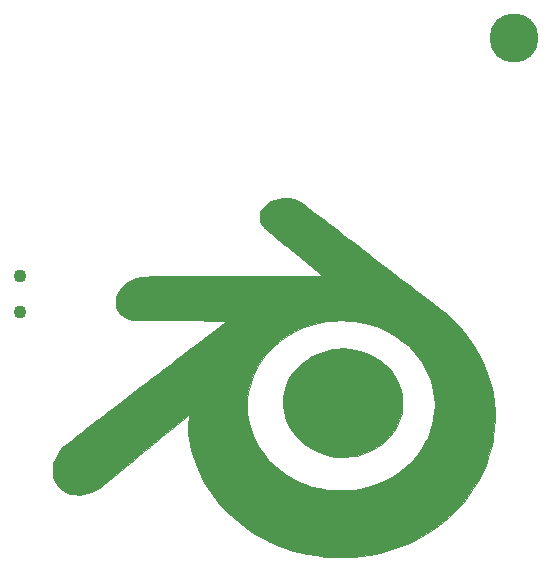
<source format=gbr>
G04 #@! TF.GenerationSoftware,KiCad,Pcbnew,5.1.7-a382d34a8~87~ubuntu20.04.1*
G04 #@! TF.CreationDate,2020-12-28T23:51:54+01:00*
G04 #@! TF.ProjectId,blender_badges,626c656e-6465-4725-9f62-61646765732e,rev?*
G04 #@! TF.SameCoordinates,Original*
G04 #@! TF.FileFunction,Soldermask,Top*
G04 #@! TF.FilePolarity,Negative*
%FSLAX46Y46*%
G04 Gerber Fmt 4.6, Leading zero omitted, Abs format (unit mm)*
G04 Created by KiCad (PCBNEW 5.1.7-a382d34a8~87~ubuntu20.04.1) date 2020-12-28 23:51:54*
%MOMM*%
%LPD*%
G01*
G04 APERTURE LIST*
%ADD10C,0.010000*%
%ADD11C,4.151867*%
%ADD12C,1.102360*%
G04 APERTURE END LIST*
D10*
G36*
X120182245Y-57846844D02*
G01*
X120668240Y-57914053D01*
X121145151Y-58023799D01*
X121609271Y-58175510D01*
X122056887Y-58368610D01*
X122484292Y-58602527D01*
X122887773Y-58876687D01*
X123263623Y-59190515D01*
X123392333Y-59313972D01*
X123721906Y-59675653D01*
X124005960Y-60058956D01*
X124244050Y-60463043D01*
X124435733Y-60887076D01*
X124580569Y-61330214D01*
X124668506Y-61732884D01*
X124695415Y-61947970D01*
X124710186Y-62194747D01*
X124713101Y-62457987D01*
X124704438Y-62722463D01*
X124684479Y-62972948D01*
X124653504Y-63194215D01*
X124640380Y-63260700D01*
X124517951Y-63710706D01*
X124351147Y-64139740D01*
X124142627Y-64546023D01*
X123895051Y-64927779D01*
X123611076Y-65283232D01*
X123293363Y-65610603D01*
X122944569Y-65908116D01*
X122567355Y-66173994D01*
X122164377Y-66406460D01*
X121738297Y-66603738D01*
X121291771Y-66764049D01*
X120827460Y-66885618D01*
X120348023Y-66966667D01*
X119856117Y-67005419D01*
X119354402Y-67000098D01*
X119078086Y-66978039D01*
X118585586Y-66903319D01*
X118106823Y-66784698D01*
X117645093Y-66624392D01*
X117203689Y-66424616D01*
X116785905Y-66187585D01*
X116395036Y-65915514D01*
X116034376Y-65610620D01*
X115707218Y-65275117D01*
X115416859Y-64911221D01*
X115166590Y-64521146D01*
X115026307Y-64253215D01*
X114864715Y-63877184D01*
X114745791Y-63508163D01*
X114666023Y-63132000D01*
X114621897Y-62734538D01*
X114614453Y-62593629D01*
X114611473Y-62247460D01*
X114632740Y-61928716D01*
X114680047Y-61619255D01*
X114734340Y-61379809D01*
X114873789Y-60935534D01*
X115059050Y-60511167D01*
X115288367Y-60108779D01*
X115559987Y-59730445D01*
X115872152Y-59378236D01*
X116223109Y-59054227D01*
X116611103Y-58760489D01*
X117034378Y-58499097D01*
X117283300Y-58369025D01*
X117745882Y-58168955D01*
X118221640Y-58014866D01*
X118706865Y-57906185D01*
X119197848Y-57842336D01*
X119690878Y-57822747D01*
X120182245Y-57846844D01*
G37*
X120182245Y-57846844D02*
X120668240Y-57914053D01*
X121145151Y-58023799D01*
X121609271Y-58175510D01*
X122056887Y-58368610D01*
X122484292Y-58602527D01*
X122887773Y-58876687D01*
X123263623Y-59190515D01*
X123392333Y-59313972D01*
X123721906Y-59675653D01*
X124005960Y-60058956D01*
X124244050Y-60463043D01*
X124435733Y-60887076D01*
X124580569Y-61330214D01*
X124668506Y-61732884D01*
X124695415Y-61947970D01*
X124710186Y-62194747D01*
X124713101Y-62457987D01*
X124704438Y-62722463D01*
X124684479Y-62972948D01*
X124653504Y-63194215D01*
X124640380Y-63260700D01*
X124517951Y-63710706D01*
X124351147Y-64139740D01*
X124142627Y-64546023D01*
X123895051Y-64927779D01*
X123611076Y-65283232D01*
X123293363Y-65610603D01*
X122944569Y-65908116D01*
X122567355Y-66173994D01*
X122164377Y-66406460D01*
X121738297Y-66603738D01*
X121291771Y-66764049D01*
X120827460Y-66885618D01*
X120348023Y-66966667D01*
X119856117Y-67005419D01*
X119354402Y-67000098D01*
X119078086Y-66978039D01*
X118585586Y-66903319D01*
X118106823Y-66784698D01*
X117645093Y-66624392D01*
X117203689Y-66424616D01*
X116785905Y-66187585D01*
X116395036Y-65915514D01*
X116034376Y-65610620D01*
X115707218Y-65275117D01*
X115416859Y-64911221D01*
X115166590Y-64521146D01*
X115026307Y-64253215D01*
X114864715Y-63877184D01*
X114745791Y-63508163D01*
X114666023Y-63132000D01*
X114621897Y-62734538D01*
X114614453Y-62593629D01*
X114611473Y-62247460D01*
X114632740Y-61928716D01*
X114680047Y-61619255D01*
X114734340Y-61379809D01*
X114873789Y-60935534D01*
X115059050Y-60511167D01*
X115288367Y-60108779D01*
X115559987Y-59730445D01*
X115872152Y-59378236D01*
X116223109Y-59054227D01*
X116611103Y-58760489D01*
X117034378Y-58499097D01*
X117283300Y-58369025D01*
X117745882Y-58168955D01*
X118221640Y-58014866D01*
X118706865Y-57906185D01*
X119197848Y-57842336D01*
X119690878Y-57822747D01*
X120182245Y-57846844D01*
G36*
X115154114Y-45102781D02*
G01*
X115481793Y-45163047D01*
X115782113Y-45264263D01*
X116057251Y-45407062D01*
X116168034Y-45481174D01*
X116220867Y-45520101D01*
X116309962Y-45586973D01*
X116431326Y-45678747D01*
X116580968Y-45792381D01*
X116754892Y-45924833D01*
X116949108Y-46073062D01*
X117159621Y-46234026D01*
X117382438Y-46404683D01*
X117613567Y-46581991D01*
X117671473Y-46626458D01*
X117878162Y-46785200D01*
X118120277Y-46971131D01*
X118392947Y-47180513D01*
X118691300Y-47409605D01*
X119010464Y-47654666D01*
X119345569Y-47911956D01*
X119691741Y-48177734D01*
X120044110Y-48448261D01*
X120397805Y-48719796D01*
X120747952Y-48988599D01*
X121089681Y-49250929D01*
X121286600Y-49402088D01*
X121608554Y-49649234D01*
X121933297Y-49898535D01*
X122256867Y-50146951D01*
X122575307Y-50391441D01*
X122884654Y-50628964D01*
X123180951Y-50856480D01*
X123460236Y-51070947D01*
X123718550Y-51269326D01*
X123951934Y-51448575D01*
X124156427Y-51605654D01*
X124328069Y-51737522D01*
X124448900Y-51830377D01*
X124670023Y-52000311D01*
X124911324Y-52185711D01*
X125162496Y-52378660D01*
X125413228Y-52571240D01*
X125653211Y-52755532D01*
X125872138Y-52923619D01*
X126036400Y-53049703D01*
X126395300Y-53325197D01*
X126716572Y-53571982D01*
X127002923Y-53792230D01*
X127257063Y-53988112D01*
X127481701Y-54161797D01*
X127679544Y-54315456D01*
X127853303Y-54451260D01*
X128005686Y-54571380D01*
X128139401Y-54677986D01*
X128257159Y-54773249D01*
X128361666Y-54859339D01*
X128455633Y-54938427D01*
X128541768Y-55012683D01*
X128622780Y-55084278D01*
X128701378Y-55155383D01*
X128780271Y-55228169D01*
X128862167Y-55304805D01*
X128926992Y-55365928D01*
X129433533Y-55876635D01*
X129913556Y-56425215D01*
X130362141Y-57004949D01*
X130774369Y-57609121D01*
X131145319Y-58231012D01*
X131435004Y-58790300D01*
X131736632Y-59474526D01*
X131990690Y-60173691D01*
X132196837Y-60885291D01*
X132354734Y-61606824D01*
X132464039Y-62335788D01*
X132524412Y-63069680D01*
X132535512Y-63806000D01*
X132496999Y-64542244D01*
X132408531Y-65275910D01*
X132358345Y-65572100D01*
X132201130Y-66288126D01*
X131995297Y-66992752D01*
X131742167Y-67683887D01*
X131443061Y-68359444D01*
X131099300Y-69017332D01*
X130712207Y-69655463D01*
X130283101Y-70271748D01*
X129813304Y-70864098D01*
X129304137Y-71430424D01*
X128756922Y-71968636D01*
X128172979Y-72476646D01*
X127811452Y-72761594D01*
X127171899Y-73216457D01*
X126498639Y-73636152D01*
X125797070Y-74017938D01*
X125072589Y-74359076D01*
X124330594Y-74656823D01*
X123593393Y-74903352D01*
X122787888Y-75120190D01*
X121965736Y-75290118D01*
X121131880Y-75412208D01*
X120600800Y-75464302D01*
X120458133Y-75473634D01*
X120279965Y-75482189D01*
X120076797Y-75489743D01*
X119859134Y-75496073D01*
X119637480Y-75500955D01*
X119422338Y-75504165D01*
X119224213Y-75505479D01*
X119053607Y-75504674D01*
X118921025Y-75501526D01*
X118899000Y-75500546D01*
X118112013Y-75443404D01*
X117355094Y-75350790D01*
X116620639Y-75221315D01*
X115901048Y-75053590D01*
X115188717Y-74846226D01*
X115025500Y-74792909D01*
X114241931Y-74506843D01*
X113489878Y-74181188D01*
X112768271Y-73815332D01*
X112076044Y-73408662D01*
X111412129Y-72960562D01*
X110775457Y-72470421D01*
X110351900Y-72107766D01*
X109810379Y-71593410D01*
X109304636Y-71050558D01*
X108836145Y-70481916D01*
X108406380Y-69890190D01*
X108016815Y-69278083D01*
X107668925Y-68648303D01*
X107364184Y-68003554D01*
X107104066Y-67346542D01*
X106890044Y-66679972D01*
X106723594Y-66006550D01*
X106606188Y-65328981D01*
X106590012Y-65203800D01*
X106569993Y-64971177D01*
X106561208Y-64702800D01*
X106563441Y-64412406D01*
X106576478Y-64113733D01*
X106600104Y-63820519D01*
X106613548Y-63698850D01*
X106626181Y-63588365D01*
X106635050Y-63499327D01*
X106639221Y-63441983D01*
X106638463Y-63425800D01*
X106618274Y-63441616D01*
X106560823Y-63487957D01*
X106468146Y-63563158D01*
X106342284Y-63665554D01*
X106185272Y-63793481D01*
X105999151Y-63945275D01*
X105785957Y-64119271D01*
X105547729Y-64313806D01*
X105286504Y-64527215D01*
X105004322Y-64757833D01*
X104703220Y-65003997D01*
X104385236Y-65264042D01*
X104052408Y-65536304D01*
X103706775Y-65819118D01*
X103350373Y-66110820D01*
X103334978Y-66123422D01*
X102862324Y-66510332D01*
X102427341Y-66866401D01*
X102028390Y-67192963D01*
X101663828Y-67491349D01*
X101332013Y-67762893D01*
X101031306Y-68008927D01*
X100760063Y-68230783D01*
X100516643Y-68429794D01*
X100299406Y-68607293D01*
X100106710Y-68764613D01*
X99936913Y-68903084D01*
X99788374Y-69024041D01*
X99659451Y-69128816D01*
X99548504Y-69218741D01*
X99453890Y-69295149D01*
X99373968Y-69359373D01*
X99307097Y-69412744D01*
X99251635Y-69456595D01*
X99205942Y-69492260D01*
X99168374Y-69521070D01*
X99137292Y-69544358D01*
X99111054Y-69563457D01*
X99088018Y-69579699D01*
X99066542Y-69594417D01*
X99044986Y-69608943D01*
X99024696Y-69622592D01*
X98697901Y-69817110D01*
X98353271Y-69973596D01*
X97997942Y-70090134D01*
X97639051Y-70164811D01*
X97283732Y-70195712D01*
X96942251Y-70181276D01*
X96604411Y-70120945D01*
X96293701Y-70019853D01*
X96012280Y-69879758D01*
X95762309Y-69702420D01*
X95545945Y-69489599D01*
X95365347Y-69243053D01*
X95222676Y-68964542D01*
X95133818Y-68707530D01*
X95113200Y-68617012D01*
X95099614Y-68513582D01*
X95092094Y-68385586D01*
X95089676Y-68221372D01*
X95089746Y-68175600D01*
X95091719Y-68015327D01*
X95097355Y-67890425D01*
X95108361Y-67785503D01*
X95126445Y-67685169D01*
X95153315Y-67574030D01*
X95158787Y-67553300D01*
X95268771Y-67228234D01*
X95423197Y-66904572D01*
X95616370Y-66591896D01*
X95842595Y-66299788D01*
X96011256Y-66118929D01*
X96068782Y-66066458D01*
X96162198Y-65987015D01*
X96286891Y-65884290D01*
X96438249Y-65761976D01*
X96611659Y-65623763D01*
X96802510Y-65473341D01*
X97006187Y-65314403D01*
X97218080Y-65150639D01*
X97296300Y-65090589D01*
X97452659Y-64970742D01*
X97645707Y-64822725D01*
X97871837Y-64649306D01*
X98127444Y-64453251D01*
X98408922Y-64237327D01*
X98712666Y-64004301D01*
X99035069Y-63756939D01*
X99372525Y-63498007D01*
X99721429Y-63230272D01*
X100078174Y-62956501D01*
X100439156Y-62679460D01*
X100459559Y-62663800D01*
X111558400Y-62663800D01*
X111583329Y-63236439D01*
X111657255Y-63799820D01*
X111778882Y-64351857D01*
X111946915Y-64890469D01*
X112160060Y-65413570D01*
X112417023Y-65919077D01*
X112716508Y-66404905D01*
X113057220Y-66868972D01*
X113437865Y-67309193D01*
X113857149Y-67723485D01*
X114313776Y-68109763D01*
X114806452Y-68465943D01*
X115333882Y-68789943D01*
X115381100Y-68816391D01*
X115919720Y-69087766D01*
X116488380Y-69320493D01*
X117082739Y-69513322D01*
X117698456Y-69665005D01*
X118331191Y-69774291D01*
X118924400Y-69836301D01*
X119034389Y-69840956D01*
X119184419Y-69842620D01*
X119363836Y-69841600D01*
X119561988Y-69838203D01*
X119768221Y-69832735D01*
X119971885Y-69825503D01*
X120162324Y-69816815D01*
X120328888Y-69806977D01*
X120460923Y-69796296D01*
X120511900Y-69790575D01*
X121135100Y-69690780D01*
X121726264Y-69556716D01*
X122292418Y-69386586D01*
X122734400Y-69222361D01*
X123285411Y-68974322D01*
X123814440Y-68685570D01*
X124318497Y-68358905D01*
X124794590Y-67997130D01*
X125239728Y-67603048D01*
X125650922Y-67179459D01*
X126025179Y-66729166D01*
X126359509Y-66254972D01*
X126650921Y-65759677D01*
X126839177Y-65376796D01*
X127053797Y-64846861D01*
X127219085Y-64315341D01*
X127336033Y-63777234D01*
X127405634Y-63227531D01*
X127428882Y-62661230D01*
X127425227Y-62422500D01*
X127394421Y-61929681D01*
X127332095Y-61464569D01*
X127235823Y-61013226D01*
X127103178Y-60561713D01*
X127099147Y-60549623D01*
X126890120Y-60003413D01*
X126636762Y-59479413D01*
X126341221Y-58979334D01*
X126005648Y-58504886D01*
X125632192Y-58057779D01*
X125223002Y-57639725D01*
X124780227Y-57252435D01*
X124306017Y-56897619D01*
X123802521Y-56576988D01*
X123271888Y-56292253D01*
X122716268Y-56045125D01*
X122137810Y-55837314D01*
X121538662Y-55670531D01*
X120920976Y-55546487D01*
X120787563Y-55525801D01*
X120137308Y-55454715D01*
X119488504Y-55432174D01*
X118844018Y-55457402D01*
X118206713Y-55529623D01*
X117579454Y-55648062D01*
X116965106Y-55811944D01*
X116366535Y-56020492D01*
X115786604Y-56272933D01*
X115228179Y-56568490D01*
X114694124Y-56906388D01*
X114187304Y-57285852D01*
X114139218Y-57325239D01*
X113994309Y-57450673D01*
X113830702Y-57601924D01*
X113658364Y-57768964D01*
X113487267Y-57941765D01*
X113327379Y-58110298D01*
X113188669Y-58264536D01*
X113099406Y-58371200D01*
X112738786Y-58861142D01*
X112425372Y-59367936D01*
X112159561Y-59890472D01*
X111941751Y-60427641D01*
X111772342Y-60978334D01*
X111651731Y-61541440D01*
X111580316Y-62115851D01*
X111558400Y-62663800D01*
X100459559Y-62663800D01*
X100800768Y-62401916D01*
X101159404Y-62126636D01*
X101220600Y-62079662D01*
X101619026Y-61773825D01*
X102051317Y-61441996D01*
X102511041Y-61089114D01*
X102991763Y-60720115D01*
X103487051Y-60339939D01*
X103990471Y-59953522D01*
X104495591Y-59565804D01*
X104995975Y-59181722D01*
X105485193Y-58806214D01*
X105956809Y-58444219D01*
X106404391Y-58100674D01*
X106821506Y-57780517D01*
X106946866Y-57684298D01*
X109841033Y-55462900D01*
X105892766Y-55449309D01*
X105365406Y-55447533D01*
X104886321Y-55445950D01*
X104452988Y-55444474D01*
X104062883Y-55443020D01*
X103713482Y-55441501D01*
X103402262Y-55439832D01*
X103126699Y-55437928D01*
X102884268Y-55435702D01*
X102672447Y-55433068D01*
X102488712Y-55429941D01*
X102330539Y-55426236D01*
X102195403Y-55421865D01*
X102080782Y-55416745D01*
X101984152Y-55410788D01*
X101902989Y-55403909D01*
X101834769Y-55396022D01*
X101776968Y-55387042D01*
X101727063Y-55376882D01*
X101682530Y-55365458D01*
X101640845Y-55352682D01*
X101599485Y-55338470D01*
X101555925Y-55322735D01*
X101507643Y-55305393D01*
X101491475Y-55299730D01*
X101243848Y-55190148D01*
X101017832Y-55043565D01*
X100819640Y-54866053D01*
X100655480Y-54663688D01*
X100531565Y-54442544D01*
X100481961Y-54312431D01*
X100441314Y-54126139D01*
X100425995Y-53915899D01*
X100435939Y-53701763D01*
X100471082Y-53503783D01*
X100484693Y-53456300D01*
X100606070Y-53154162D01*
X100772120Y-52873156D01*
X100980310Y-52615655D01*
X101228104Y-52384029D01*
X101512967Y-52180652D01*
X101832366Y-52007893D01*
X102181125Y-51869009D01*
X102234247Y-51850995D01*
X102283045Y-51834459D01*
X102329781Y-51819337D01*
X102376720Y-51805563D01*
X102426124Y-51793072D01*
X102480257Y-51781800D01*
X102541382Y-51771682D01*
X102611761Y-51762653D01*
X102693658Y-51754648D01*
X102789336Y-51747603D01*
X102901059Y-51741452D01*
X103031090Y-51736132D01*
X103181691Y-51731575D01*
X103355126Y-51727719D01*
X103553658Y-51724499D01*
X103779551Y-51721848D01*
X104035067Y-51719703D01*
X104322469Y-51717999D01*
X104644021Y-51716671D01*
X105001987Y-51715654D01*
X105398628Y-51714883D01*
X105836209Y-51714293D01*
X106316992Y-51713820D01*
X106843241Y-51713399D01*
X107417218Y-51712964D01*
X107634100Y-51712794D01*
X108173129Y-51712282D01*
X108728736Y-51711605D01*
X109296042Y-51710773D01*
X109870170Y-51709801D01*
X110446241Y-51708699D01*
X111019377Y-51707482D01*
X111584700Y-51706160D01*
X112137331Y-51704746D01*
X112672392Y-51703253D01*
X113185004Y-51701693D01*
X113670291Y-51700078D01*
X114123372Y-51698421D01*
X114539371Y-51696734D01*
X114913408Y-51695030D01*
X115182852Y-51693642D01*
X117981805Y-51678300D01*
X115529046Y-49684400D01*
X115218671Y-49431814D01*
X114917695Y-49186344D01*
X114628651Y-48950081D01*
X114354072Y-48725118D01*
X114096489Y-48513546D01*
X113858434Y-48317459D01*
X113642440Y-48138948D01*
X113451039Y-47980106D01*
X113286762Y-47843024D01*
X113152142Y-47729796D01*
X113049712Y-47642512D01*
X112982002Y-47583267D01*
X112953162Y-47555998D01*
X112879727Y-47464094D01*
X112802699Y-47349216D01*
X112738035Y-47235279D01*
X112734725Y-47228647D01*
X112688828Y-47131210D01*
X112659678Y-47052003D01*
X112642746Y-46972101D01*
X112633505Y-46872578D01*
X112629492Y-46788780D01*
X112637480Y-46543159D01*
X112684310Y-46320351D01*
X112773009Y-46112962D01*
X112906608Y-45913598D01*
X113056747Y-45745917D01*
X113301519Y-45535253D01*
X113577463Y-45363396D01*
X113881724Y-45231435D01*
X114211444Y-45140457D01*
X114563767Y-45091551D01*
X114796900Y-45082833D01*
X115154114Y-45102781D01*
G37*
X115154114Y-45102781D02*
X115481793Y-45163047D01*
X115782113Y-45264263D01*
X116057251Y-45407062D01*
X116168034Y-45481174D01*
X116220867Y-45520101D01*
X116309962Y-45586973D01*
X116431326Y-45678747D01*
X116580968Y-45792381D01*
X116754892Y-45924833D01*
X116949108Y-46073062D01*
X117159621Y-46234026D01*
X117382438Y-46404683D01*
X117613567Y-46581991D01*
X117671473Y-46626458D01*
X117878162Y-46785200D01*
X118120277Y-46971131D01*
X118392947Y-47180513D01*
X118691300Y-47409605D01*
X119010464Y-47654666D01*
X119345569Y-47911956D01*
X119691741Y-48177734D01*
X120044110Y-48448261D01*
X120397805Y-48719796D01*
X120747952Y-48988599D01*
X121089681Y-49250929D01*
X121286600Y-49402088D01*
X121608554Y-49649234D01*
X121933297Y-49898535D01*
X122256867Y-50146951D01*
X122575307Y-50391441D01*
X122884654Y-50628964D01*
X123180951Y-50856480D01*
X123460236Y-51070947D01*
X123718550Y-51269326D01*
X123951934Y-51448575D01*
X124156427Y-51605654D01*
X124328069Y-51737522D01*
X124448900Y-51830377D01*
X124670023Y-52000311D01*
X124911324Y-52185711D01*
X125162496Y-52378660D01*
X125413228Y-52571240D01*
X125653211Y-52755532D01*
X125872138Y-52923619D01*
X126036400Y-53049703D01*
X126395300Y-53325197D01*
X126716572Y-53571982D01*
X127002923Y-53792230D01*
X127257063Y-53988112D01*
X127481701Y-54161797D01*
X127679544Y-54315456D01*
X127853303Y-54451260D01*
X128005686Y-54571380D01*
X128139401Y-54677986D01*
X128257159Y-54773249D01*
X128361666Y-54859339D01*
X128455633Y-54938427D01*
X128541768Y-55012683D01*
X128622780Y-55084278D01*
X128701378Y-55155383D01*
X128780271Y-55228169D01*
X128862167Y-55304805D01*
X128926992Y-55365928D01*
X129433533Y-55876635D01*
X129913556Y-56425215D01*
X130362141Y-57004949D01*
X130774369Y-57609121D01*
X131145319Y-58231012D01*
X131435004Y-58790300D01*
X131736632Y-59474526D01*
X131990690Y-60173691D01*
X132196837Y-60885291D01*
X132354734Y-61606824D01*
X132464039Y-62335788D01*
X132524412Y-63069680D01*
X132535512Y-63806000D01*
X132496999Y-64542244D01*
X132408531Y-65275910D01*
X132358345Y-65572100D01*
X132201130Y-66288126D01*
X131995297Y-66992752D01*
X131742167Y-67683887D01*
X131443061Y-68359444D01*
X131099300Y-69017332D01*
X130712207Y-69655463D01*
X130283101Y-70271748D01*
X129813304Y-70864098D01*
X129304137Y-71430424D01*
X128756922Y-71968636D01*
X128172979Y-72476646D01*
X127811452Y-72761594D01*
X127171899Y-73216457D01*
X126498639Y-73636152D01*
X125797070Y-74017938D01*
X125072589Y-74359076D01*
X124330594Y-74656823D01*
X123593393Y-74903352D01*
X122787888Y-75120190D01*
X121965736Y-75290118D01*
X121131880Y-75412208D01*
X120600800Y-75464302D01*
X120458133Y-75473634D01*
X120279965Y-75482189D01*
X120076797Y-75489743D01*
X119859134Y-75496073D01*
X119637480Y-75500955D01*
X119422338Y-75504165D01*
X119224213Y-75505479D01*
X119053607Y-75504674D01*
X118921025Y-75501526D01*
X118899000Y-75500546D01*
X118112013Y-75443404D01*
X117355094Y-75350790D01*
X116620639Y-75221315D01*
X115901048Y-75053590D01*
X115188717Y-74846226D01*
X115025500Y-74792909D01*
X114241931Y-74506843D01*
X113489878Y-74181188D01*
X112768271Y-73815332D01*
X112076044Y-73408662D01*
X111412129Y-72960562D01*
X110775457Y-72470421D01*
X110351900Y-72107766D01*
X109810379Y-71593410D01*
X109304636Y-71050558D01*
X108836145Y-70481916D01*
X108406380Y-69890190D01*
X108016815Y-69278083D01*
X107668925Y-68648303D01*
X107364184Y-68003554D01*
X107104066Y-67346542D01*
X106890044Y-66679972D01*
X106723594Y-66006550D01*
X106606188Y-65328981D01*
X106590012Y-65203800D01*
X106569993Y-64971177D01*
X106561208Y-64702800D01*
X106563441Y-64412406D01*
X106576478Y-64113733D01*
X106600104Y-63820519D01*
X106613548Y-63698850D01*
X106626181Y-63588365D01*
X106635050Y-63499327D01*
X106639221Y-63441983D01*
X106638463Y-63425800D01*
X106618274Y-63441616D01*
X106560823Y-63487957D01*
X106468146Y-63563158D01*
X106342284Y-63665554D01*
X106185272Y-63793481D01*
X105999151Y-63945275D01*
X105785957Y-64119271D01*
X105547729Y-64313806D01*
X105286504Y-64527215D01*
X105004322Y-64757833D01*
X104703220Y-65003997D01*
X104385236Y-65264042D01*
X104052408Y-65536304D01*
X103706775Y-65819118D01*
X103350373Y-66110820D01*
X103334978Y-66123422D01*
X102862324Y-66510332D01*
X102427341Y-66866401D01*
X102028390Y-67192963D01*
X101663828Y-67491349D01*
X101332013Y-67762893D01*
X101031306Y-68008927D01*
X100760063Y-68230783D01*
X100516643Y-68429794D01*
X100299406Y-68607293D01*
X100106710Y-68764613D01*
X99936913Y-68903084D01*
X99788374Y-69024041D01*
X99659451Y-69128816D01*
X99548504Y-69218741D01*
X99453890Y-69295149D01*
X99373968Y-69359373D01*
X99307097Y-69412744D01*
X99251635Y-69456595D01*
X99205942Y-69492260D01*
X99168374Y-69521070D01*
X99137292Y-69544358D01*
X99111054Y-69563457D01*
X99088018Y-69579699D01*
X99066542Y-69594417D01*
X99044986Y-69608943D01*
X99024696Y-69622592D01*
X98697901Y-69817110D01*
X98353271Y-69973596D01*
X97997942Y-70090134D01*
X97639051Y-70164811D01*
X97283732Y-70195712D01*
X96942251Y-70181276D01*
X96604411Y-70120945D01*
X96293701Y-70019853D01*
X96012280Y-69879758D01*
X95762309Y-69702420D01*
X95545945Y-69489599D01*
X95365347Y-69243053D01*
X95222676Y-68964542D01*
X95133818Y-68707530D01*
X95113200Y-68617012D01*
X95099614Y-68513582D01*
X95092094Y-68385586D01*
X95089676Y-68221372D01*
X95089746Y-68175600D01*
X95091719Y-68015327D01*
X95097355Y-67890425D01*
X95108361Y-67785503D01*
X95126445Y-67685169D01*
X95153315Y-67574030D01*
X95158787Y-67553300D01*
X95268771Y-67228234D01*
X95423197Y-66904572D01*
X95616370Y-66591896D01*
X95842595Y-66299788D01*
X96011256Y-66118929D01*
X96068782Y-66066458D01*
X96162198Y-65987015D01*
X96286891Y-65884290D01*
X96438249Y-65761976D01*
X96611659Y-65623763D01*
X96802510Y-65473341D01*
X97006187Y-65314403D01*
X97218080Y-65150639D01*
X97296300Y-65090589D01*
X97452659Y-64970742D01*
X97645707Y-64822725D01*
X97871837Y-64649306D01*
X98127444Y-64453251D01*
X98408922Y-64237327D01*
X98712666Y-64004301D01*
X99035069Y-63756939D01*
X99372525Y-63498007D01*
X99721429Y-63230272D01*
X100078174Y-62956501D01*
X100439156Y-62679460D01*
X100459559Y-62663800D01*
X111558400Y-62663800D01*
X111583329Y-63236439D01*
X111657255Y-63799820D01*
X111778882Y-64351857D01*
X111946915Y-64890469D01*
X112160060Y-65413570D01*
X112417023Y-65919077D01*
X112716508Y-66404905D01*
X113057220Y-66868972D01*
X113437865Y-67309193D01*
X113857149Y-67723485D01*
X114313776Y-68109763D01*
X114806452Y-68465943D01*
X115333882Y-68789943D01*
X115381100Y-68816391D01*
X115919720Y-69087766D01*
X116488380Y-69320493D01*
X117082739Y-69513322D01*
X117698456Y-69665005D01*
X118331191Y-69774291D01*
X118924400Y-69836301D01*
X119034389Y-69840956D01*
X119184419Y-69842620D01*
X119363836Y-69841600D01*
X119561988Y-69838203D01*
X119768221Y-69832735D01*
X119971885Y-69825503D01*
X120162324Y-69816815D01*
X120328888Y-69806977D01*
X120460923Y-69796296D01*
X120511900Y-69790575D01*
X121135100Y-69690780D01*
X121726264Y-69556716D01*
X122292418Y-69386586D01*
X122734400Y-69222361D01*
X123285411Y-68974322D01*
X123814440Y-68685570D01*
X124318497Y-68358905D01*
X124794590Y-67997130D01*
X125239728Y-67603048D01*
X125650922Y-67179459D01*
X126025179Y-66729166D01*
X126359509Y-66254972D01*
X126650921Y-65759677D01*
X126839177Y-65376796D01*
X127053797Y-64846861D01*
X127219085Y-64315341D01*
X127336033Y-63777234D01*
X127405634Y-63227531D01*
X127428882Y-62661230D01*
X127425227Y-62422500D01*
X127394421Y-61929681D01*
X127332095Y-61464569D01*
X127235823Y-61013226D01*
X127103178Y-60561713D01*
X127099147Y-60549623D01*
X126890120Y-60003413D01*
X126636762Y-59479413D01*
X126341221Y-58979334D01*
X126005648Y-58504886D01*
X125632192Y-58057779D01*
X125223002Y-57639725D01*
X124780227Y-57252435D01*
X124306017Y-56897619D01*
X123802521Y-56576988D01*
X123271888Y-56292253D01*
X122716268Y-56045125D01*
X122137810Y-55837314D01*
X121538662Y-55670531D01*
X120920976Y-55546487D01*
X120787563Y-55525801D01*
X120137308Y-55454715D01*
X119488504Y-55432174D01*
X118844018Y-55457402D01*
X118206713Y-55529623D01*
X117579454Y-55648062D01*
X116965106Y-55811944D01*
X116366535Y-56020492D01*
X115786604Y-56272933D01*
X115228179Y-56568490D01*
X114694124Y-56906388D01*
X114187304Y-57285852D01*
X114139218Y-57325239D01*
X113994309Y-57450673D01*
X113830702Y-57601924D01*
X113658364Y-57768964D01*
X113487267Y-57941765D01*
X113327379Y-58110298D01*
X113188669Y-58264536D01*
X113099406Y-58371200D01*
X112738786Y-58861142D01*
X112425372Y-59367936D01*
X112159561Y-59890472D01*
X111941751Y-60427641D01*
X111772342Y-60978334D01*
X111651731Y-61541440D01*
X111580316Y-62115851D01*
X111558400Y-62663800D01*
X100459559Y-62663800D01*
X100800768Y-62401916D01*
X101159404Y-62126636D01*
X101220600Y-62079662D01*
X101619026Y-61773825D01*
X102051317Y-61441996D01*
X102511041Y-61089114D01*
X102991763Y-60720115D01*
X103487051Y-60339939D01*
X103990471Y-59953522D01*
X104495591Y-59565804D01*
X104995975Y-59181722D01*
X105485193Y-58806214D01*
X105956809Y-58444219D01*
X106404391Y-58100674D01*
X106821506Y-57780517D01*
X106946866Y-57684298D01*
X109841033Y-55462900D01*
X105892766Y-55449309D01*
X105365406Y-55447533D01*
X104886321Y-55445950D01*
X104452988Y-55444474D01*
X104062883Y-55443020D01*
X103713482Y-55441501D01*
X103402262Y-55439832D01*
X103126699Y-55437928D01*
X102884268Y-55435702D01*
X102672447Y-55433068D01*
X102488712Y-55429941D01*
X102330539Y-55426236D01*
X102195403Y-55421865D01*
X102080782Y-55416745D01*
X101984152Y-55410788D01*
X101902989Y-55403909D01*
X101834769Y-55396022D01*
X101776968Y-55387042D01*
X101727063Y-55376882D01*
X101682530Y-55365458D01*
X101640845Y-55352682D01*
X101599485Y-55338470D01*
X101555925Y-55322735D01*
X101507643Y-55305393D01*
X101491475Y-55299730D01*
X101243848Y-55190148D01*
X101017832Y-55043565D01*
X100819640Y-54866053D01*
X100655480Y-54663688D01*
X100531565Y-54442544D01*
X100481961Y-54312431D01*
X100441314Y-54126139D01*
X100425995Y-53915899D01*
X100435939Y-53701763D01*
X100471082Y-53503783D01*
X100484693Y-53456300D01*
X100606070Y-53154162D01*
X100772120Y-52873156D01*
X100980310Y-52615655D01*
X101228104Y-52384029D01*
X101512967Y-52180652D01*
X101832366Y-52007893D01*
X102181125Y-51869009D01*
X102234247Y-51850995D01*
X102283045Y-51834459D01*
X102329781Y-51819337D01*
X102376720Y-51805563D01*
X102426124Y-51793072D01*
X102480257Y-51781800D01*
X102541382Y-51771682D01*
X102611761Y-51762653D01*
X102693658Y-51754648D01*
X102789336Y-51747603D01*
X102901059Y-51741452D01*
X103031090Y-51736132D01*
X103181691Y-51731575D01*
X103355126Y-51727719D01*
X103553658Y-51724499D01*
X103779551Y-51721848D01*
X104035067Y-51719703D01*
X104322469Y-51717999D01*
X104644021Y-51716671D01*
X105001987Y-51715654D01*
X105398628Y-51714883D01*
X105836209Y-51714293D01*
X106316992Y-51713820D01*
X106843241Y-51713399D01*
X107417218Y-51712964D01*
X107634100Y-51712794D01*
X108173129Y-51712282D01*
X108728736Y-51711605D01*
X109296042Y-51710773D01*
X109870170Y-51709801D01*
X110446241Y-51708699D01*
X111019377Y-51707482D01*
X111584700Y-51706160D01*
X112137331Y-51704746D01*
X112672392Y-51703253D01*
X113185004Y-51701693D01*
X113670291Y-51700078D01*
X114123372Y-51698421D01*
X114539371Y-51696734D01*
X114913408Y-51695030D01*
X115182852Y-51693642D01*
X117981805Y-51678300D01*
X115529046Y-49684400D01*
X115218671Y-49431814D01*
X114917695Y-49186344D01*
X114628651Y-48950081D01*
X114354072Y-48725118D01*
X114096489Y-48513546D01*
X113858434Y-48317459D01*
X113642440Y-48138948D01*
X113451039Y-47980106D01*
X113286762Y-47843024D01*
X113152142Y-47729796D01*
X113049712Y-47642512D01*
X112982002Y-47583267D01*
X112953162Y-47555998D01*
X112879727Y-47464094D01*
X112802699Y-47349216D01*
X112738035Y-47235279D01*
X112734725Y-47228647D01*
X112688828Y-47131210D01*
X112659678Y-47052003D01*
X112642746Y-46972101D01*
X112633505Y-46872578D01*
X112629492Y-46788780D01*
X112637480Y-46543159D01*
X112684310Y-46320351D01*
X112773009Y-46112962D01*
X112906608Y-45913598D01*
X113056747Y-45745917D01*
X113301519Y-45535253D01*
X113577463Y-45363396D01*
X113881724Y-45231435D01*
X114211444Y-45140457D01*
X114563767Y-45091551D01*
X114796900Y-45082833D01*
X115154114Y-45102781D01*
G36*
X120182245Y-57846844D02*
G01*
X120668240Y-57914053D01*
X121145151Y-58023799D01*
X121609271Y-58175510D01*
X122056887Y-58368610D01*
X122484292Y-58602527D01*
X122887773Y-58876687D01*
X123263623Y-59190515D01*
X123392333Y-59313972D01*
X123721906Y-59675653D01*
X124005960Y-60058956D01*
X124244050Y-60463043D01*
X124435733Y-60887076D01*
X124580569Y-61330214D01*
X124668506Y-61732884D01*
X124695415Y-61947970D01*
X124710186Y-62194747D01*
X124713101Y-62457987D01*
X124704438Y-62722463D01*
X124684479Y-62972948D01*
X124653504Y-63194215D01*
X124640380Y-63260700D01*
X124517951Y-63710706D01*
X124351147Y-64139740D01*
X124142627Y-64546023D01*
X123895051Y-64927779D01*
X123611076Y-65283232D01*
X123293363Y-65610603D01*
X122944569Y-65908116D01*
X122567355Y-66173994D01*
X122164377Y-66406460D01*
X121738297Y-66603738D01*
X121291771Y-66764049D01*
X120827460Y-66885618D01*
X120348023Y-66966667D01*
X119856117Y-67005419D01*
X119354402Y-67000098D01*
X119078086Y-66978039D01*
X118585586Y-66903319D01*
X118106823Y-66784698D01*
X117645093Y-66624392D01*
X117203689Y-66424616D01*
X116785905Y-66187585D01*
X116395036Y-65915514D01*
X116034376Y-65610620D01*
X115707218Y-65275117D01*
X115416859Y-64911221D01*
X115166590Y-64521146D01*
X115026307Y-64253215D01*
X114864715Y-63877184D01*
X114745791Y-63508163D01*
X114666023Y-63132000D01*
X114621897Y-62734538D01*
X114614453Y-62593629D01*
X114611473Y-62247460D01*
X114632740Y-61928716D01*
X114680047Y-61619255D01*
X114734340Y-61379809D01*
X114873789Y-60935534D01*
X115059050Y-60511167D01*
X115288367Y-60108779D01*
X115559987Y-59730445D01*
X115872152Y-59378236D01*
X116223109Y-59054227D01*
X116611103Y-58760489D01*
X117034378Y-58499097D01*
X117283300Y-58369025D01*
X117745882Y-58168955D01*
X118221640Y-58014866D01*
X118706865Y-57906185D01*
X119197848Y-57842336D01*
X119690878Y-57822747D01*
X120182245Y-57846844D01*
G37*
X120182245Y-57846844D02*
X120668240Y-57914053D01*
X121145151Y-58023799D01*
X121609271Y-58175510D01*
X122056887Y-58368610D01*
X122484292Y-58602527D01*
X122887773Y-58876687D01*
X123263623Y-59190515D01*
X123392333Y-59313972D01*
X123721906Y-59675653D01*
X124005960Y-60058956D01*
X124244050Y-60463043D01*
X124435733Y-60887076D01*
X124580569Y-61330214D01*
X124668506Y-61732884D01*
X124695415Y-61947970D01*
X124710186Y-62194747D01*
X124713101Y-62457987D01*
X124704438Y-62722463D01*
X124684479Y-62972948D01*
X124653504Y-63194215D01*
X124640380Y-63260700D01*
X124517951Y-63710706D01*
X124351147Y-64139740D01*
X124142627Y-64546023D01*
X123895051Y-64927779D01*
X123611076Y-65283232D01*
X123293363Y-65610603D01*
X122944569Y-65908116D01*
X122567355Y-66173994D01*
X122164377Y-66406460D01*
X121738297Y-66603738D01*
X121291771Y-66764049D01*
X120827460Y-66885618D01*
X120348023Y-66966667D01*
X119856117Y-67005419D01*
X119354402Y-67000098D01*
X119078086Y-66978039D01*
X118585586Y-66903319D01*
X118106823Y-66784698D01*
X117645093Y-66624392D01*
X117203689Y-66424616D01*
X116785905Y-66187585D01*
X116395036Y-65915514D01*
X116034376Y-65610620D01*
X115707218Y-65275117D01*
X115416859Y-64911221D01*
X115166590Y-64521146D01*
X115026307Y-64253215D01*
X114864715Y-63877184D01*
X114745791Y-63508163D01*
X114666023Y-63132000D01*
X114621897Y-62734538D01*
X114614453Y-62593629D01*
X114611473Y-62247460D01*
X114632740Y-61928716D01*
X114680047Y-61619255D01*
X114734340Y-61379809D01*
X114873789Y-60935534D01*
X115059050Y-60511167D01*
X115288367Y-60108779D01*
X115559987Y-59730445D01*
X115872152Y-59378236D01*
X116223109Y-59054227D01*
X116611103Y-58760489D01*
X117034378Y-58499097D01*
X117283300Y-58369025D01*
X117745882Y-58168955D01*
X118221640Y-58014866D01*
X118706865Y-57906185D01*
X119197848Y-57842336D01*
X119690878Y-57822747D01*
X120182245Y-57846844D01*
G36*
X115154114Y-45102781D02*
G01*
X115481793Y-45163047D01*
X115782113Y-45264263D01*
X116057251Y-45407062D01*
X116168034Y-45481174D01*
X116220867Y-45520101D01*
X116309962Y-45586973D01*
X116431326Y-45678747D01*
X116580968Y-45792381D01*
X116754892Y-45924833D01*
X116949108Y-46073062D01*
X117159621Y-46234026D01*
X117382438Y-46404683D01*
X117613567Y-46581991D01*
X117671473Y-46626458D01*
X117878162Y-46785200D01*
X118120277Y-46971131D01*
X118392947Y-47180513D01*
X118691300Y-47409605D01*
X119010464Y-47654666D01*
X119345569Y-47911956D01*
X119691741Y-48177734D01*
X120044110Y-48448261D01*
X120397805Y-48719796D01*
X120747952Y-48988599D01*
X121089681Y-49250929D01*
X121286600Y-49402088D01*
X121608554Y-49649234D01*
X121933297Y-49898535D01*
X122256867Y-50146951D01*
X122575307Y-50391441D01*
X122884654Y-50628964D01*
X123180951Y-50856480D01*
X123460236Y-51070947D01*
X123718550Y-51269326D01*
X123951934Y-51448575D01*
X124156427Y-51605654D01*
X124328069Y-51737522D01*
X124448900Y-51830377D01*
X124670023Y-52000311D01*
X124911324Y-52185711D01*
X125162496Y-52378660D01*
X125413228Y-52571240D01*
X125653211Y-52755532D01*
X125872138Y-52923619D01*
X126036400Y-53049703D01*
X126395300Y-53325197D01*
X126716572Y-53571982D01*
X127002923Y-53792230D01*
X127257063Y-53988112D01*
X127481701Y-54161797D01*
X127679544Y-54315456D01*
X127853303Y-54451260D01*
X128005686Y-54571380D01*
X128139401Y-54677986D01*
X128257159Y-54773249D01*
X128361666Y-54859339D01*
X128455633Y-54938427D01*
X128541768Y-55012683D01*
X128622780Y-55084278D01*
X128701378Y-55155383D01*
X128780271Y-55228169D01*
X128862167Y-55304805D01*
X128926992Y-55365928D01*
X129433533Y-55876635D01*
X129913556Y-56425215D01*
X130362141Y-57004949D01*
X130774369Y-57609121D01*
X131145319Y-58231012D01*
X131435004Y-58790300D01*
X131736632Y-59474526D01*
X131990690Y-60173691D01*
X132196837Y-60885291D01*
X132354734Y-61606824D01*
X132464039Y-62335788D01*
X132524412Y-63069680D01*
X132535512Y-63806000D01*
X132496999Y-64542244D01*
X132408531Y-65275910D01*
X132358345Y-65572100D01*
X132201130Y-66288126D01*
X131995297Y-66992752D01*
X131742167Y-67683887D01*
X131443061Y-68359444D01*
X131099300Y-69017332D01*
X130712207Y-69655463D01*
X130283101Y-70271748D01*
X129813304Y-70864098D01*
X129304137Y-71430424D01*
X128756922Y-71968636D01*
X128172979Y-72476646D01*
X127811452Y-72761594D01*
X127171899Y-73216457D01*
X126498639Y-73636152D01*
X125797070Y-74017938D01*
X125072589Y-74359076D01*
X124330594Y-74656823D01*
X123593393Y-74903352D01*
X122787888Y-75120190D01*
X121965736Y-75290118D01*
X121131880Y-75412208D01*
X120600800Y-75464302D01*
X120458133Y-75473634D01*
X120279965Y-75482189D01*
X120076797Y-75489743D01*
X119859134Y-75496073D01*
X119637480Y-75500955D01*
X119422338Y-75504165D01*
X119224213Y-75505479D01*
X119053607Y-75504674D01*
X118921025Y-75501526D01*
X118899000Y-75500546D01*
X118112013Y-75443404D01*
X117355094Y-75350790D01*
X116620639Y-75221315D01*
X115901048Y-75053590D01*
X115188717Y-74846226D01*
X115025500Y-74792909D01*
X114241931Y-74506843D01*
X113489878Y-74181188D01*
X112768271Y-73815332D01*
X112076044Y-73408662D01*
X111412129Y-72960562D01*
X110775457Y-72470421D01*
X110351900Y-72107766D01*
X109810379Y-71593410D01*
X109304636Y-71050558D01*
X108836145Y-70481916D01*
X108406380Y-69890190D01*
X108016815Y-69278083D01*
X107668925Y-68648303D01*
X107364184Y-68003554D01*
X107104066Y-67346542D01*
X106890044Y-66679972D01*
X106723594Y-66006550D01*
X106606188Y-65328981D01*
X106590012Y-65203800D01*
X106569993Y-64971177D01*
X106561208Y-64702800D01*
X106563441Y-64412406D01*
X106576478Y-64113733D01*
X106600104Y-63820519D01*
X106613548Y-63698850D01*
X106626181Y-63588365D01*
X106635050Y-63499327D01*
X106639221Y-63441983D01*
X106638463Y-63425800D01*
X106618274Y-63441616D01*
X106560823Y-63487957D01*
X106468146Y-63563158D01*
X106342284Y-63665554D01*
X106185272Y-63793481D01*
X105999151Y-63945275D01*
X105785957Y-64119271D01*
X105547729Y-64313806D01*
X105286504Y-64527215D01*
X105004322Y-64757833D01*
X104703220Y-65003997D01*
X104385236Y-65264042D01*
X104052408Y-65536304D01*
X103706775Y-65819118D01*
X103350373Y-66110820D01*
X103334978Y-66123422D01*
X102862324Y-66510332D01*
X102427341Y-66866401D01*
X102028390Y-67192963D01*
X101663828Y-67491349D01*
X101332013Y-67762893D01*
X101031306Y-68008927D01*
X100760063Y-68230783D01*
X100516643Y-68429794D01*
X100299406Y-68607293D01*
X100106710Y-68764613D01*
X99936913Y-68903084D01*
X99788374Y-69024041D01*
X99659451Y-69128816D01*
X99548504Y-69218741D01*
X99453890Y-69295149D01*
X99373968Y-69359373D01*
X99307097Y-69412744D01*
X99251635Y-69456595D01*
X99205942Y-69492260D01*
X99168374Y-69521070D01*
X99137292Y-69544358D01*
X99111054Y-69563457D01*
X99088018Y-69579699D01*
X99066542Y-69594417D01*
X99044986Y-69608943D01*
X99024696Y-69622592D01*
X98697901Y-69817110D01*
X98353271Y-69973596D01*
X97997942Y-70090134D01*
X97639051Y-70164811D01*
X97283732Y-70195712D01*
X96942251Y-70181276D01*
X96604411Y-70120945D01*
X96293701Y-70019853D01*
X96012280Y-69879758D01*
X95762309Y-69702420D01*
X95545945Y-69489599D01*
X95365347Y-69243053D01*
X95222676Y-68964542D01*
X95133818Y-68707530D01*
X95113200Y-68617012D01*
X95099614Y-68513582D01*
X95092094Y-68385586D01*
X95089676Y-68221372D01*
X95089746Y-68175600D01*
X95091719Y-68015327D01*
X95097355Y-67890425D01*
X95108361Y-67785503D01*
X95126445Y-67685169D01*
X95153315Y-67574030D01*
X95158787Y-67553300D01*
X95268771Y-67228234D01*
X95423197Y-66904572D01*
X95616370Y-66591896D01*
X95842595Y-66299788D01*
X96011256Y-66118929D01*
X96068782Y-66066458D01*
X96162198Y-65987015D01*
X96286891Y-65884290D01*
X96438249Y-65761976D01*
X96611659Y-65623763D01*
X96802510Y-65473341D01*
X97006187Y-65314403D01*
X97218080Y-65150639D01*
X97296300Y-65090589D01*
X97452659Y-64970742D01*
X97645707Y-64822725D01*
X97871837Y-64649306D01*
X98127444Y-64453251D01*
X98408922Y-64237327D01*
X98712666Y-64004301D01*
X99035069Y-63756939D01*
X99372525Y-63498007D01*
X99721429Y-63230272D01*
X100078174Y-62956501D01*
X100439156Y-62679460D01*
X100459559Y-62663800D01*
X111558400Y-62663800D01*
X111583329Y-63236439D01*
X111657255Y-63799820D01*
X111778882Y-64351857D01*
X111946915Y-64890469D01*
X112160060Y-65413570D01*
X112417023Y-65919077D01*
X112716508Y-66404905D01*
X113057220Y-66868972D01*
X113437865Y-67309193D01*
X113857149Y-67723485D01*
X114313776Y-68109763D01*
X114806452Y-68465943D01*
X115333882Y-68789943D01*
X115381100Y-68816391D01*
X115919720Y-69087766D01*
X116488380Y-69320493D01*
X117082739Y-69513322D01*
X117698456Y-69665005D01*
X118331191Y-69774291D01*
X118924400Y-69836301D01*
X119034389Y-69840956D01*
X119184419Y-69842620D01*
X119363836Y-69841600D01*
X119561988Y-69838203D01*
X119768221Y-69832735D01*
X119971885Y-69825503D01*
X120162324Y-69816815D01*
X120328888Y-69806977D01*
X120460923Y-69796296D01*
X120511900Y-69790575D01*
X121135100Y-69690780D01*
X121726264Y-69556716D01*
X122292418Y-69386586D01*
X122734400Y-69222361D01*
X123285411Y-68974322D01*
X123814440Y-68685570D01*
X124318497Y-68358905D01*
X124794590Y-67997130D01*
X125239728Y-67603048D01*
X125650922Y-67179459D01*
X126025179Y-66729166D01*
X126359509Y-66254972D01*
X126650921Y-65759677D01*
X126839177Y-65376796D01*
X127053797Y-64846861D01*
X127219085Y-64315341D01*
X127336033Y-63777234D01*
X127405634Y-63227531D01*
X127428882Y-62661230D01*
X127425227Y-62422500D01*
X127394421Y-61929681D01*
X127332095Y-61464569D01*
X127235823Y-61013226D01*
X127103178Y-60561713D01*
X127099147Y-60549623D01*
X126890120Y-60003413D01*
X126636762Y-59479413D01*
X126341221Y-58979334D01*
X126005648Y-58504886D01*
X125632192Y-58057779D01*
X125223002Y-57639725D01*
X124780227Y-57252435D01*
X124306017Y-56897619D01*
X123802521Y-56576988D01*
X123271888Y-56292253D01*
X122716268Y-56045125D01*
X122137810Y-55837314D01*
X121538662Y-55670531D01*
X120920976Y-55546487D01*
X120787563Y-55525801D01*
X120137308Y-55454715D01*
X119488504Y-55432174D01*
X118844018Y-55457402D01*
X118206713Y-55529623D01*
X117579454Y-55648062D01*
X116965106Y-55811944D01*
X116366535Y-56020492D01*
X115786604Y-56272933D01*
X115228179Y-56568490D01*
X114694124Y-56906388D01*
X114187304Y-57285852D01*
X114139218Y-57325239D01*
X113994309Y-57450673D01*
X113830702Y-57601924D01*
X113658364Y-57768964D01*
X113487267Y-57941765D01*
X113327379Y-58110298D01*
X113188669Y-58264536D01*
X113099406Y-58371200D01*
X112738786Y-58861142D01*
X112425372Y-59367936D01*
X112159561Y-59890472D01*
X111941751Y-60427641D01*
X111772342Y-60978334D01*
X111651731Y-61541440D01*
X111580316Y-62115851D01*
X111558400Y-62663800D01*
X100459559Y-62663800D01*
X100800768Y-62401916D01*
X101159404Y-62126636D01*
X101220600Y-62079662D01*
X101619026Y-61773825D01*
X102051317Y-61441996D01*
X102511041Y-61089114D01*
X102991763Y-60720115D01*
X103487051Y-60339939D01*
X103990471Y-59953522D01*
X104495591Y-59565804D01*
X104995975Y-59181722D01*
X105485193Y-58806214D01*
X105956809Y-58444219D01*
X106404391Y-58100674D01*
X106821506Y-57780517D01*
X106946866Y-57684298D01*
X109841033Y-55462900D01*
X105892766Y-55449309D01*
X105365406Y-55447533D01*
X104886321Y-55445950D01*
X104452988Y-55444474D01*
X104062883Y-55443020D01*
X103713482Y-55441501D01*
X103402262Y-55439832D01*
X103126699Y-55437928D01*
X102884268Y-55435702D01*
X102672447Y-55433068D01*
X102488712Y-55429941D01*
X102330539Y-55426236D01*
X102195403Y-55421865D01*
X102080782Y-55416745D01*
X101984152Y-55410788D01*
X101902989Y-55403909D01*
X101834769Y-55396022D01*
X101776968Y-55387042D01*
X101727063Y-55376882D01*
X101682530Y-55365458D01*
X101640845Y-55352682D01*
X101599485Y-55338470D01*
X101555925Y-55322735D01*
X101507643Y-55305393D01*
X101491475Y-55299730D01*
X101243848Y-55190148D01*
X101017832Y-55043565D01*
X100819640Y-54866053D01*
X100655480Y-54663688D01*
X100531565Y-54442544D01*
X100481961Y-54312431D01*
X100441314Y-54126139D01*
X100425995Y-53915899D01*
X100435939Y-53701763D01*
X100471082Y-53503783D01*
X100484693Y-53456300D01*
X100606070Y-53154162D01*
X100772120Y-52873156D01*
X100980310Y-52615655D01*
X101228104Y-52384029D01*
X101512967Y-52180652D01*
X101832366Y-52007893D01*
X102181125Y-51869009D01*
X102234247Y-51850995D01*
X102283045Y-51834459D01*
X102329781Y-51819337D01*
X102376720Y-51805563D01*
X102426124Y-51793072D01*
X102480257Y-51781800D01*
X102541382Y-51771682D01*
X102611761Y-51762653D01*
X102693658Y-51754648D01*
X102789336Y-51747603D01*
X102901059Y-51741452D01*
X103031090Y-51736132D01*
X103181691Y-51731575D01*
X103355126Y-51727719D01*
X103553658Y-51724499D01*
X103779551Y-51721848D01*
X104035067Y-51719703D01*
X104322469Y-51717999D01*
X104644021Y-51716671D01*
X105001987Y-51715654D01*
X105398628Y-51714883D01*
X105836209Y-51714293D01*
X106316992Y-51713820D01*
X106843241Y-51713399D01*
X107417218Y-51712964D01*
X107634100Y-51712794D01*
X108173129Y-51712282D01*
X108728736Y-51711605D01*
X109296042Y-51710773D01*
X109870170Y-51709801D01*
X110446241Y-51708699D01*
X111019377Y-51707482D01*
X111584700Y-51706160D01*
X112137331Y-51704746D01*
X112672392Y-51703253D01*
X113185004Y-51701693D01*
X113670291Y-51700078D01*
X114123372Y-51698421D01*
X114539371Y-51696734D01*
X114913408Y-51695030D01*
X115182852Y-51693642D01*
X117981805Y-51678300D01*
X115529046Y-49684400D01*
X115218671Y-49431814D01*
X114917695Y-49186344D01*
X114628651Y-48950081D01*
X114354072Y-48725118D01*
X114096489Y-48513546D01*
X113858434Y-48317459D01*
X113642440Y-48138948D01*
X113451039Y-47980106D01*
X113286762Y-47843024D01*
X113152142Y-47729796D01*
X113049712Y-47642512D01*
X112982002Y-47583267D01*
X112953162Y-47555998D01*
X112879727Y-47464094D01*
X112802699Y-47349216D01*
X112738035Y-47235279D01*
X112734725Y-47228647D01*
X112688828Y-47131210D01*
X112659678Y-47052003D01*
X112642746Y-46972101D01*
X112633505Y-46872578D01*
X112629492Y-46788780D01*
X112637480Y-46543159D01*
X112684310Y-46320351D01*
X112773009Y-46112962D01*
X112906608Y-45913598D01*
X113056747Y-45745917D01*
X113301519Y-45535253D01*
X113577463Y-45363396D01*
X113881724Y-45231435D01*
X114211444Y-45140457D01*
X114563767Y-45091551D01*
X114796900Y-45082833D01*
X115154114Y-45102781D01*
G37*
X115154114Y-45102781D02*
X115481793Y-45163047D01*
X115782113Y-45264263D01*
X116057251Y-45407062D01*
X116168034Y-45481174D01*
X116220867Y-45520101D01*
X116309962Y-45586973D01*
X116431326Y-45678747D01*
X116580968Y-45792381D01*
X116754892Y-45924833D01*
X116949108Y-46073062D01*
X117159621Y-46234026D01*
X117382438Y-46404683D01*
X117613567Y-46581991D01*
X117671473Y-46626458D01*
X117878162Y-46785200D01*
X118120277Y-46971131D01*
X118392947Y-47180513D01*
X118691300Y-47409605D01*
X119010464Y-47654666D01*
X119345569Y-47911956D01*
X119691741Y-48177734D01*
X120044110Y-48448261D01*
X120397805Y-48719796D01*
X120747952Y-48988599D01*
X121089681Y-49250929D01*
X121286600Y-49402088D01*
X121608554Y-49649234D01*
X121933297Y-49898535D01*
X122256867Y-50146951D01*
X122575307Y-50391441D01*
X122884654Y-50628964D01*
X123180951Y-50856480D01*
X123460236Y-51070947D01*
X123718550Y-51269326D01*
X123951934Y-51448575D01*
X124156427Y-51605654D01*
X124328069Y-51737522D01*
X124448900Y-51830377D01*
X124670023Y-52000311D01*
X124911324Y-52185711D01*
X125162496Y-52378660D01*
X125413228Y-52571240D01*
X125653211Y-52755532D01*
X125872138Y-52923619D01*
X126036400Y-53049703D01*
X126395300Y-53325197D01*
X126716572Y-53571982D01*
X127002923Y-53792230D01*
X127257063Y-53988112D01*
X127481701Y-54161797D01*
X127679544Y-54315456D01*
X127853303Y-54451260D01*
X128005686Y-54571380D01*
X128139401Y-54677986D01*
X128257159Y-54773249D01*
X128361666Y-54859339D01*
X128455633Y-54938427D01*
X128541768Y-55012683D01*
X128622780Y-55084278D01*
X128701378Y-55155383D01*
X128780271Y-55228169D01*
X128862167Y-55304805D01*
X128926992Y-55365928D01*
X129433533Y-55876635D01*
X129913556Y-56425215D01*
X130362141Y-57004949D01*
X130774369Y-57609121D01*
X131145319Y-58231012D01*
X131435004Y-58790300D01*
X131736632Y-59474526D01*
X131990690Y-60173691D01*
X132196837Y-60885291D01*
X132354734Y-61606824D01*
X132464039Y-62335788D01*
X132524412Y-63069680D01*
X132535512Y-63806000D01*
X132496999Y-64542244D01*
X132408531Y-65275910D01*
X132358345Y-65572100D01*
X132201130Y-66288126D01*
X131995297Y-66992752D01*
X131742167Y-67683887D01*
X131443061Y-68359444D01*
X131099300Y-69017332D01*
X130712207Y-69655463D01*
X130283101Y-70271748D01*
X129813304Y-70864098D01*
X129304137Y-71430424D01*
X128756922Y-71968636D01*
X128172979Y-72476646D01*
X127811452Y-72761594D01*
X127171899Y-73216457D01*
X126498639Y-73636152D01*
X125797070Y-74017938D01*
X125072589Y-74359076D01*
X124330594Y-74656823D01*
X123593393Y-74903352D01*
X122787888Y-75120190D01*
X121965736Y-75290118D01*
X121131880Y-75412208D01*
X120600800Y-75464302D01*
X120458133Y-75473634D01*
X120279965Y-75482189D01*
X120076797Y-75489743D01*
X119859134Y-75496073D01*
X119637480Y-75500955D01*
X119422338Y-75504165D01*
X119224213Y-75505479D01*
X119053607Y-75504674D01*
X118921025Y-75501526D01*
X118899000Y-75500546D01*
X118112013Y-75443404D01*
X117355094Y-75350790D01*
X116620639Y-75221315D01*
X115901048Y-75053590D01*
X115188717Y-74846226D01*
X115025500Y-74792909D01*
X114241931Y-74506843D01*
X113489878Y-74181188D01*
X112768271Y-73815332D01*
X112076044Y-73408662D01*
X111412129Y-72960562D01*
X110775457Y-72470421D01*
X110351900Y-72107766D01*
X109810379Y-71593410D01*
X109304636Y-71050558D01*
X108836145Y-70481916D01*
X108406380Y-69890190D01*
X108016815Y-69278083D01*
X107668925Y-68648303D01*
X107364184Y-68003554D01*
X107104066Y-67346542D01*
X106890044Y-66679972D01*
X106723594Y-66006550D01*
X106606188Y-65328981D01*
X106590012Y-65203800D01*
X106569993Y-64971177D01*
X106561208Y-64702800D01*
X106563441Y-64412406D01*
X106576478Y-64113733D01*
X106600104Y-63820519D01*
X106613548Y-63698850D01*
X106626181Y-63588365D01*
X106635050Y-63499327D01*
X106639221Y-63441983D01*
X106638463Y-63425800D01*
X106618274Y-63441616D01*
X106560823Y-63487957D01*
X106468146Y-63563158D01*
X106342284Y-63665554D01*
X106185272Y-63793481D01*
X105999151Y-63945275D01*
X105785957Y-64119271D01*
X105547729Y-64313806D01*
X105286504Y-64527215D01*
X105004322Y-64757833D01*
X104703220Y-65003997D01*
X104385236Y-65264042D01*
X104052408Y-65536304D01*
X103706775Y-65819118D01*
X103350373Y-66110820D01*
X103334978Y-66123422D01*
X102862324Y-66510332D01*
X102427341Y-66866401D01*
X102028390Y-67192963D01*
X101663828Y-67491349D01*
X101332013Y-67762893D01*
X101031306Y-68008927D01*
X100760063Y-68230783D01*
X100516643Y-68429794D01*
X100299406Y-68607293D01*
X100106710Y-68764613D01*
X99936913Y-68903084D01*
X99788374Y-69024041D01*
X99659451Y-69128816D01*
X99548504Y-69218741D01*
X99453890Y-69295149D01*
X99373968Y-69359373D01*
X99307097Y-69412744D01*
X99251635Y-69456595D01*
X99205942Y-69492260D01*
X99168374Y-69521070D01*
X99137292Y-69544358D01*
X99111054Y-69563457D01*
X99088018Y-69579699D01*
X99066542Y-69594417D01*
X99044986Y-69608943D01*
X99024696Y-69622592D01*
X98697901Y-69817110D01*
X98353271Y-69973596D01*
X97997942Y-70090134D01*
X97639051Y-70164811D01*
X97283732Y-70195712D01*
X96942251Y-70181276D01*
X96604411Y-70120945D01*
X96293701Y-70019853D01*
X96012280Y-69879758D01*
X95762309Y-69702420D01*
X95545945Y-69489599D01*
X95365347Y-69243053D01*
X95222676Y-68964542D01*
X95133818Y-68707530D01*
X95113200Y-68617012D01*
X95099614Y-68513582D01*
X95092094Y-68385586D01*
X95089676Y-68221372D01*
X95089746Y-68175600D01*
X95091719Y-68015327D01*
X95097355Y-67890425D01*
X95108361Y-67785503D01*
X95126445Y-67685169D01*
X95153315Y-67574030D01*
X95158787Y-67553300D01*
X95268771Y-67228234D01*
X95423197Y-66904572D01*
X95616370Y-66591896D01*
X95842595Y-66299788D01*
X96011256Y-66118929D01*
X96068782Y-66066458D01*
X96162198Y-65987015D01*
X96286891Y-65884290D01*
X96438249Y-65761976D01*
X96611659Y-65623763D01*
X96802510Y-65473341D01*
X97006187Y-65314403D01*
X97218080Y-65150639D01*
X97296300Y-65090589D01*
X97452659Y-64970742D01*
X97645707Y-64822725D01*
X97871837Y-64649306D01*
X98127444Y-64453251D01*
X98408922Y-64237327D01*
X98712666Y-64004301D01*
X99035069Y-63756939D01*
X99372525Y-63498007D01*
X99721429Y-63230272D01*
X100078174Y-62956501D01*
X100439156Y-62679460D01*
X100459559Y-62663800D01*
X111558400Y-62663800D01*
X111583329Y-63236439D01*
X111657255Y-63799820D01*
X111778882Y-64351857D01*
X111946915Y-64890469D01*
X112160060Y-65413570D01*
X112417023Y-65919077D01*
X112716508Y-66404905D01*
X113057220Y-66868972D01*
X113437865Y-67309193D01*
X113857149Y-67723485D01*
X114313776Y-68109763D01*
X114806452Y-68465943D01*
X115333882Y-68789943D01*
X115381100Y-68816391D01*
X115919720Y-69087766D01*
X116488380Y-69320493D01*
X117082739Y-69513322D01*
X117698456Y-69665005D01*
X118331191Y-69774291D01*
X118924400Y-69836301D01*
X119034389Y-69840956D01*
X119184419Y-69842620D01*
X119363836Y-69841600D01*
X119561988Y-69838203D01*
X119768221Y-69832735D01*
X119971885Y-69825503D01*
X120162324Y-69816815D01*
X120328888Y-69806977D01*
X120460923Y-69796296D01*
X120511900Y-69790575D01*
X121135100Y-69690780D01*
X121726264Y-69556716D01*
X122292418Y-69386586D01*
X122734400Y-69222361D01*
X123285411Y-68974322D01*
X123814440Y-68685570D01*
X124318497Y-68358905D01*
X124794590Y-67997130D01*
X125239728Y-67603048D01*
X125650922Y-67179459D01*
X126025179Y-66729166D01*
X126359509Y-66254972D01*
X126650921Y-65759677D01*
X126839177Y-65376796D01*
X127053797Y-64846861D01*
X127219085Y-64315341D01*
X127336033Y-63777234D01*
X127405634Y-63227531D01*
X127428882Y-62661230D01*
X127425227Y-62422500D01*
X127394421Y-61929681D01*
X127332095Y-61464569D01*
X127235823Y-61013226D01*
X127103178Y-60561713D01*
X127099147Y-60549623D01*
X126890120Y-60003413D01*
X126636762Y-59479413D01*
X126341221Y-58979334D01*
X126005648Y-58504886D01*
X125632192Y-58057779D01*
X125223002Y-57639725D01*
X124780227Y-57252435D01*
X124306017Y-56897619D01*
X123802521Y-56576988D01*
X123271888Y-56292253D01*
X122716268Y-56045125D01*
X122137810Y-55837314D01*
X121538662Y-55670531D01*
X120920976Y-55546487D01*
X120787563Y-55525801D01*
X120137308Y-55454715D01*
X119488504Y-55432174D01*
X118844018Y-55457402D01*
X118206713Y-55529623D01*
X117579454Y-55648062D01*
X116965106Y-55811944D01*
X116366535Y-56020492D01*
X115786604Y-56272933D01*
X115228179Y-56568490D01*
X114694124Y-56906388D01*
X114187304Y-57285852D01*
X114139218Y-57325239D01*
X113994309Y-57450673D01*
X113830702Y-57601924D01*
X113658364Y-57768964D01*
X113487267Y-57941765D01*
X113327379Y-58110298D01*
X113188669Y-58264536D01*
X113099406Y-58371200D01*
X112738786Y-58861142D01*
X112425372Y-59367936D01*
X112159561Y-59890472D01*
X111941751Y-60427641D01*
X111772342Y-60978334D01*
X111651731Y-61541440D01*
X111580316Y-62115851D01*
X111558400Y-62663800D01*
X100459559Y-62663800D01*
X100800768Y-62401916D01*
X101159404Y-62126636D01*
X101220600Y-62079662D01*
X101619026Y-61773825D01*
X102051317Y-61441996D01*
X102511041Y-61089114D01*
X102991763Y-60720115D01*
X103487051Y-60339939D01*
X103990471Y-59953522D01*
X104495591Y-59565804D01*
X104995975Y-59181722D01*
X105485193Y-58806214D01*
X105956809Y-58444219D01*
X106404391Y-58100674D01*
X106821506Y-57780517D01*
X106946866Y-57684298D01*
X109841033Y-55462900D01*
X105892766Y-55449309D01*
X105365406Y-55447533D01*
X104886321Y-55445950D01*
X104452988Y-55444474D01*
X104062883Y-55443020D01*
X103713482Y-55441501D01*
X103402262Y-55439832D01*
X103126699Y-55437928D01*
X102884268Y-55435702D01*
X102672447Y-55433068D01*
X102488712Y-55429941D01*
X102330539Y-55426236D01*
X102195403Y-55421865D01*
X102080782Y-55416745D01*
X101984152Y-55410788D01*
X101902989Y-55403909D01*
X101834769Y-55396022D01*
X101776968Y-55387042D01*
X101727063Y-55376882D01*
X101682530Y-55365458D01*
X101640845Y-55352682D01*
X101599485Y-55338470D01*
X101555925Y-55322735D01*
X101507643Y-55305393D01*
X101491475Y-55299730D01*
X101243848Y-55190148D01*
X101017832Y-55043565D01*
X100819640Y-54866053D01*
X100655480Y-54663688D01*
X100531565Y-54442544D01*
X100481961Y-54312431D01*
X100441314Y-54126139D01*
X100425995Y-53915899D01*
X100435939Y-53701763D01*
X100471082Y-53503783D01*
X100484693Y-53456300D01*
X100606070Y-53154162D01*
X100772120Y-52873156D01*
X100980310Y-52615655D01*
X101228104Y-52384029D01*
X101512967Y-52180652D01*
X101832366Y-52007893D01*
X102181125Y-51869009D01*
X102234247Y-51850995D01*
X102283045Y-51834459D01*
X102329781Y-51819337D01*
X102376720Y-51805563D01*
X102426124Y-51793072D01*
X102480257Y-51781800D01*
X102541382Y-51771682D01*
X102611761Y-51762653D01*
X102693658Y-51754648D01*
X102789336Y-51747603D01*
X102901059Y-51741452D01*
X103031090Y-51736132D01*
X103181691Y-51731575D01*
X103355126Y-51727719D01*
X103553658Y-51724499D01*
X103779551Y-51721848D01*
X104035067Y-51719703D01*
X104322469Y-51717999D01*
X104644021Y-51716671D01*
X105001987Y-51715654D01*
X105398628Y-51714883D01*
X105836209Y-51714293D01*
X106316992Y-51713820D01*
X106843241Y-51713399D01*
X107417218Y-51712964D01*
X107634100Y-51712794D01*
X108173129Y-51712282D01*
X108728736Y-51711605D01*
X109296042Y-51710773D01*
X109870170Y-51709801D01*
X110446241Y-51708699D01*
X111019377Y-51707482D01*
X111584700Y-51706160D01*
X112137331Y-51704746D01*
X112672392Y-51703253D01*
X113185004Y-51701693D01*
X113670291Y-51700078D01*
X114123372Y-51698421D01*
X114539371Y-51696734D01*
X114913408Y-51695030D01*
X115182852Y-51693642D01*
X117981805Y-51678300D01*
X115529046Y-49684400D01*
X115218671Y-49431814D01*
X114917695Y-49186344D01*
X114628651Y-48950081D01*
X114354072Y-48725118D01*
X114096489Y-48513546D01*
X113858434Y-48317459D01*
X113642440Y-48138948D01*
X113451039Y-47980106D01*
X113286762Y-47843024D01*
X113152142Y-47729796D01*
X113049712Y-47642512D01*
X112982002Y-47583267D01*
X112953162Y-47555998D01*
X112879727Y-47464094D01*
X112802699Y-47349216D01*
X112738035Y-47235279D01*
X112734725Y-47228647D01*
X112688828Y-47131210D01*
X112659678Y-47052003D01*
X112642746Y-46972101D01*
X112633505Y-46872578D01*
X112629492Y-46788780D01*
X112637480Y-46543159D01*
X112684310Y-46320351D01*
X112773009Y-46112962D01*
X112906608Y-45913598D01*
X113056747Y-45745917D01*
X113301519Y-45535253D01*
X113577463Y-45363396D01*
X113881724Y-45231435D01*
X114211444Y-45140457D01*
X114563767Y-45091551D01*
X114796900Y-45082833D01*
X115154114Y-45102781D01*
D11*
X134166366Y-31501672D03*
D12*
X92300000Y-51701400D03*
X92300000Y-54698600D03*
M02*

</source>
